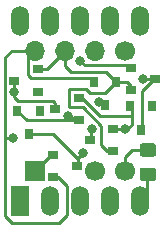
<source format=gbr>
%TF.GenerationSoftware,KiCad,Pcbnew,5.1.9+dfsg1-1+deb11u1*%
%TF.CreationDate,2024-08-22T01:22:46-07:00*%
%TF.ProjectId,micro7Decoder,6d696372-6f37-4446-9563-6f6465722e6b,rev?*%
%TF.SameCoordinates,Original*%
%TF.FileFunction,Copper,L2,Bot*%
%TF.FilePolarity,Positive*%
%FSLAX46Y46*%
G04 Gerber Fmt 4.6, Leading zero omitted, Abs format (unit mm)*
G04 Created by KiCad (PCBNEW 5.1.9+dfsg1-1+deb11u1) date 2024-08-22 01:22:46*
%MOMM*%
%LPD*%
G01*
G04 APERTURE LIST*
%TA.AperFunction,ComponentPad*%
%ADD10C,1.700000*%
%TD*%
%TA.AperFunction,SMDPad,CuDef*%
%ADD11R,0.800000X0.900000*%
%TD*%
%TA.AperFunction,SMDPad,CuDef*%
%ADD12R,0.900000X0.800000*%
%TD*%
%TA.AperFunction,ComponentPad*%
%ADD13O,1.700000X1.700000*%
%TD*%
%TA.AperFunction,ComponentPad*%
%ADD14R,1.700000X1.700000*%
%TD*%
%TA.AperFunction,ComponentPad*%
%ADD15R,1.524000X2.524000*%
%TD*%
%TA.AperFunction,ComponentPad*%
%ADD16O,1.524000X2.524000*%
%TD*%
%TA.AperFunction,ViaPad*%
%ADD17C,0.800000*%
%TD*%
%TA.AperFunction,Conductor*%
%ADD18C,0.250000*%
%TD*%
G04 APERTURE END LIST*
D10*
%TO.P,J4,1*%
%TO.N,Net-(AFF1-Pad3)*%
X146050000Y-78740000D03*
%TD*%
D11*
%TO.P,D4,3*%
%TO.N,Net-(D4-Pad3)*%
X146878000Y-73204000D03*
%TO.P,D4,2*%
%TO.N,Net-(D1-Pad2)*%
X147828000Y-71204000D03*
%TO.P,D4,1*%
%TO.N,Net-(D4-Pad1)*%
X145928000Y-71204000D03*
%TD*%
D12*
%TO.P,D1,3*%
%TO.N,Net-(D1-Pad3)*%
X145574000Y-76139000D03*
%TO.P,D1,2*%
%TO.N,Net-(D1-Pad2)*%
X147574000Y-77089000D03*
%TO.P,D1,1*%
%TO.N,Net-(D1-Pad1)*%
X147574000Y-75189000D03*
%TD*%
%TO.P,D5,1*%
%TO.N,Net-(D5-Pad1)*%
X139192000Y-71120000D03*
%TO.P,D5,*%
%TO.N,*%
X141192000Y-72070000D03*
%TO.P,D5,2*%
%TO.N,Net-(D1-Pad2)*%
X141192000Y-70170000D03*
%TD*%
D11*
%TO.P,D3,1*%
%TO.N,Net-(D3-Pad1)*%
X140401000Y-75660000D03*
%TO.P,D3,*%
%TO.N,*%
X141351000Y-73660000D03*
%TO.P,D3,2*%
%TO.N,Net-(D3-Pad2)*%
X139451000Y-73660000D03*
%TD*%
%TO.P,D2,1*%
%TO.N,Net-(D2-Pad1)*%
X149926000Y-75311000D03*
%TO.P,D2,*%
%TO.N,*%
X150876000Y-73311000D03*
%TO.P,D2,2*%
%TO.N,Net-(D1-Pad1)*%
X148976000Y-73311000D03*
%TD*%
%TO.P,R8,2*%
%TO.N,Net-(J1-Pad1)*%
%TA.AperFunction,SMDPad,CuDef*%
G36*
G01*
X150945001Y-77582500D02*
X150044999Y-77582500D01*
G75*
G02*
X149795000Y-77332501I0J249999D01*
G01*
X149795000Y-76682499D01*
G75*
G02*
X150044999Y-76432500I249999J0D01*
G01*
X150945001Y-76432500D01*
G75*
G02*
X151195000Y-76682499I0J-249999D01*
G01*
X151195000Y-77332501D01*
G75*
G02*
X150945001Y-77582500I-249999J0D01*
G01*
G37*
%TD.AperFunction*%
%TO.P,R8,1*%
%TO.N,Net-(AFF1-Pad5)*%
%TA.AperFunction,SMDPad,CuDef*%
G36*
G01*
X150945001Y-79632500D02*
X150044999Y-79632500D01*
G75*
G02*
X149795000Y-79382501I0J249999D01*
G01*
X149795000Y-78732499D01*
G75*
G02*
X150044999Y-78482500I249999J0D01*
G01*
X150945001Y-78482500D01*
G75*
G02*
X151195000Y-78732499I0J-249999D01*
G01*
X151195000Y-79382501D01*
G75*
G02*
X150945001Y-79632500I-249999J0D01*
G01*
G37*
%TD.AperFunction*%
%TD*%
D12*
%TO.P,Q3,3*%
%TO.N,Net-(D5-Pad1)*%
X142653000Y-73533000D03*
%TO.P,Q3,2*%
%TO.N,Net-(D3-Pad2)*%
X144653000Y-74483000D03*
%TO.P,Q3,1*%
%TO.N,Net-(D1-Pad1)*%
X144653000Y-72583000D03*
%TD*%
%TO.P,Q2,3*%
%TO.N,Net-(D3-Pad1)*%
X144475200Y-78333600D03*
%TO.P,Q2,2*%
%TO.N,Net-(J2-Pad1)*%
X142475200Y-77383600D03*
%TO.P,Q2,1*%
%TO.N,Net-(D4-Pad1)*%
X142475200Y-79283600D03*
%TD*%
%TO.P,Q1,3*%
%TO.N,Net-(D2-Pad1)*%
X151098000Y-70993000D03*
%TO.P,Q1,2*%
%TO.N,Net-(J2-Pad1)*%
X149098000Y-70043000D03*
%TO.P,Q1,1*%
%TO.N,Net-(D1-Pad2)*%
X149098000Y-71943000D03*
%TD*%
D13*
%TO.P,J3,4*%
%TO.N,Net-(D4-Pad1)*%
X140970000Y-68580000D03*
%TO.P,J3,3*%
%TO.N,Net-(D1-Pad2)*%
X143510000Y-68580000D03*
%TO.P,J3,2*%
%TO.N,Net-(D3-Pad2)*%
X146050000Y-68580000D03*
D10*
%TO.P,J3,1*%
%TO.N,Net-(D1-Pad1)*%
X148590000Y-68580000D03*
%TD*%
D14*
%TO.P,J2,1*%
%TO.N,Net-(J2-Pad1)*%
X140970000Y-78740000D03*
%TD*%
D10*
%TO.P,J1,1*%
%TO.N,Net-(J1-Pad1)*%
X148590000Y-78740000D03*
%TD*%
D15*
%TO.P,AFF1,1*%
%TO.N,Net-(AFF1-Pad1)*%
X139700000Y-81280000D03*
D16*
%TO.P,AFF1,2*%
%TO.N,Net-(AFF1-Pad2)*%
X142240000Y-81280000D03*
%TO.P,AFF1,3*%
%TO.N,Net-(AFF1-Pad3)*%
X144780000Y-81280000D03*
%TO.P,AFF1,4*%
%TO.N,Net-(AFF1-Pad4)*%
X147320000Y-81280000D03*
%TO.P,AFF1,5*%
%TO.N,Net-(AFF1-Pad5)*%
X149860000Y-81280000D03*
%TO.P,AFF1,6*%
%TO.N,Net-(AFF1-Pad6)*%
X149860000Y-66040000D03*
%TO.P,AFF1,7*%
%TO.N,Net-(AFF1-Pad7)*%
X147320000Y-66040000D03*
%TO.P,AFF1,8*%
%TO.N,Net-(AFF1-Pad8)*%
X144780000Y-66040000D03*
%TO.P,AFF1,9*%
%TO.N,Net-(AFF1-Pad9)*%
X142240000Y-66040000D03*
%TO.P,AFF1,10*%
%TO.N,Net-(AFF1-Pad10)*%
X139700000Y-66040000D03*
%TD*%
D17*
%TO.N,Net-(D1-Pad3)*%
X145732500Y-75184000D03*
%TO.N,Net-(D1-Pad1)*%
X148590000Y-75184000D03*
%TO.N,Net-(D2-Pad1)*%
X150050500Y-70993000D03*
%TO.N,Net-(D3-Pad2)*%
X143764000Y-74104500D03*
%TO.N,Net-(D3-Pad1)*%
X145034000Y-77216000D03*
%TO.N,Net-(D4-Pad3)*%
X146354800Y-72948800D03*
%TO.N,Net-(D4-Pad1)*%
X139065000Y-76009500D03*
%TO.N,Net-(D5-Pad1)*%
X139192000Y-72085200D03*
%TO.N,Net-(J2-Pad1)*%
X144780000Y-69443600D03*
%TD*%
D18*
%TO.N,Net-(AFF1-Pad3)*%
X144780000Y-80327500D02*
X144780000Y-81280000D01*
%TO.N,Net-(AFF1-Pad5)*%
X150418800Y-80721200D02*
X149860000Y-81280000D01*
X150418800Y-79133700D02*
X150418800Y-80721200D01*
X150495000Y-79057500D02*
X150418800Y-79133700D01*
%TO.N,Net-(D1-Pad3)*%
X145732500Y-75184000D02*
X145574000Y-76139000D01*
%TO.N,Net-(D1-Pad2)*%
X147574000Y-77089000D02*
X147066000Y-77089000D01*
X143827500Y-71818500D02*
X145224500Y-71818500D01*
X147066000Y-77089000D02*
X146558000Y-76581000D01*
X144970500Y-73342500D02*
X143827500Y-73342500D01*
X143827500Y-73342500D02*
X143827500Y-71818500D01*
X146832500Y-72199500D02*
X147828000Y-71204000D01*
X146558000Y-76581000D02*
X146558000Y-74930000D01*
X146558000Y-74930000D02*
X144970500Y-73342500D01*
X145224500Y-71818500D02*
X145605500Y-72199500D01*
X145605500Y-72199500D02*
X146832500Y-72199500D01*
X148724800Y-71204000D02*
X147828000Y-71204000D01*
X149098000Y-71577200D02*
X148724800Y-71204000D01*
X149098000Y-71943000D02*
X149098000Y-71577200D01*
X141935200Y-70154800D02*
X143510000Y-68580000D01*
X141173200Y-70154800D02*
X141935200Y-70154800D01*
X144018000Y-70358000D02*
X143510000Y-69850000D01*
X143510000Y-69850000D02*
X143510000Y-68580000D01*
X146982000Y-70358000D02*
X144018000Y-70358000D01*
X147828000Y-71204000D02*
X146982000Y-70358000D01*
%TO.N,Net-(D1-Pad1)*%
X149164000Y-74800500D02*
X149164000Y-73311000D01*
X148775500Y-75189000D02*
X149164000Y-74800500D01*
X147574000Y-75189000D02*
X148775500Y-75189000D01*
X144909500Y-72583000D02*
X146443700Y-74117200D01*
X146443700Y-74117200D02*
X149148800Y-74117200D01*
X144653000Y-72583000D02*
X144909500Y-72583000D01*
%TO.N,Net-(D2-Pad1)*%
X151003000Y-70993000D02*
X150050500Y-70993000D01*
X149987000Y-72009000D02*
X151003000Y-70993000D01*
X149987000Y-75184000D02*
X149987000Y-72009000D01*
X150114000Y-75311000D02*
X149987000Y-75184000D01*
%TO.N,Net-(D3-Pad2)*%
X140276500Y-74485500D02*
X139451000Y-73660000D01*
X144653000Y-74485500D02*
X140276500Y-74485500D01*
X144653000Y-74483000D02*
X144653000Y-74485500D01*
X144653000Y-74483000D02*
X143764000Y-74104500D01*
%TO.N,Net-(D3-Pad1)*%
X140432500Y-75628500D02*
X140401000Y-75660000D01*
X142494000Y-75628500D02*
X140432500Y-75628500D01*
X144589500Y-77724000D02*
X142494000Y-75628500D01*
X144589500Y-78266500D02*
X144589500Y-77724000D01*
X144621000Y-78298000D02*
X144589500Y-78266500D01*
X144589500Y-77660500D02*
X145034000Y-77216000D01*
X144589500Y-77724000D02*
X144589500Y-77660500D01*
%TO.N,Net-(D4-Pad3)*%
X146878000Y-73204000D02*
X146354800Y-72948800D01*
%TO.N,Net-(D4-Pad1)*%
X139001500Y-68580000D02*
X140970000Y-68580000D01*
X138430000Y-69151500D02*
X139001500Y-68580000D01*
X142621000Y-79248000D02*
X142875000Y-79248000D01*
X139065000Y-76009500D02*
X138430000Y-76009500D01*
X138430000Y-76009500D02*
X138430000Y-69151500D01*
X140309600Y-69240400D02*
X140970000Y-68580000D01*
X140309600Y-70612000D02*
X140309600Y-69240400D01*
X140627100Y-70929500D02*
X140309600Y-70612000D01*
X145796000Y-70929500D02*
X140627100Y-70929500D01*
X145928000Y-71061500D02*
X145796000Y-70929500D01*
X145928000Y-71204000D02*
X145928000Y-71061500D01*
X138430000Y-82613500D02*
X138430000Y-76009500D01*
X139001500Y-83185000D02*
X138430000Y-82613500D01*
X142938500Y-83185000D02*
X139001500Y-83185000D01*
X143637000Y-82486500D02*
X142938500Y-83185000D01*
X143637000Y-80010000D02*
X143637000Y-82486500D01*
X142875000Y-79248000D02*
X143637000Y-80010000D01*
%TO.N,Net-(D5-Pad1)*%
X139496800Y-72847200D02*
X142443200Y-72847200D01*
X139192000Y-72542400D02*
X139496800Y-72847200D01*
X142653000Y-73057000D02*
X142653000Y-73533000D01*
X142443200Y-72847200D02*
X142653000Y-73057000D01*
X139192000Y-72085200D02*
X139192000Y-72542400D01*
X139192000Y-72085200D02*
X139192000Y-71120000D01*
%TO.N,Net-(J1-Pad1)*%
X149154100Y-77007500D02*
X150495000Y-77007500D01*
X148590000Y-77571600D02*
X149154100Y-77007500D01*
X148590000Y-78740000D02*
X148590000Y-77571600D01*
%TO.N,Net-(J2-Pad1)*%
X142621000Y-77348000D02*
X142362000Y-77348000D01*
X142362000Y-77348000D02*
X140970000Y-78740000D01*
X145135600Y-69799200D02*
X144780000Y-69443600D01*
X148854200Y-69799200D02*
X145135600Y-69799200D01*
X149098000Y-70043000D02*
X148854200Y-69799200D01*
%TO.N,Net-(AFF1-Pad8)*%
X144780000Y-66040000D02*
X145224500Y-66040000D01*
%TD*%
M02*

</source>
